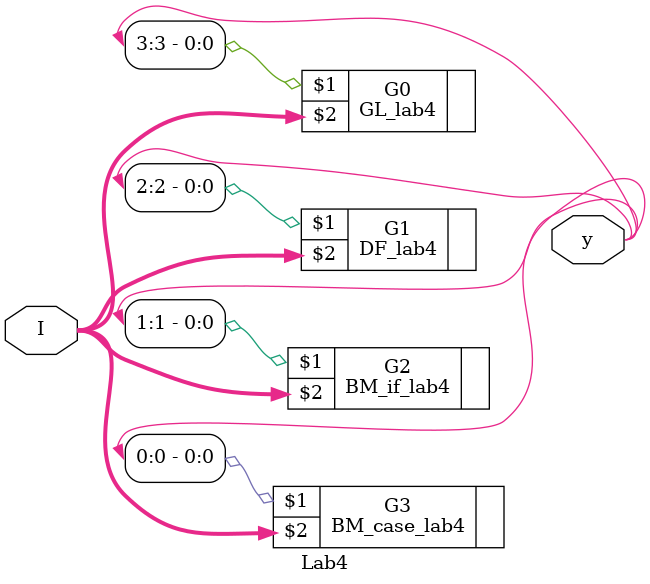
<source format=v>
module Lab4(y, I);

input [2:0] I;
output [3:0] y;

GL_lab4 G0(y[3], I);
DF_lab4 G1(y[2], I);
BM_if_lab4 G2(y[1], I);
BM_case_lab4 G3(y[0], I);

endmodule

</source>
